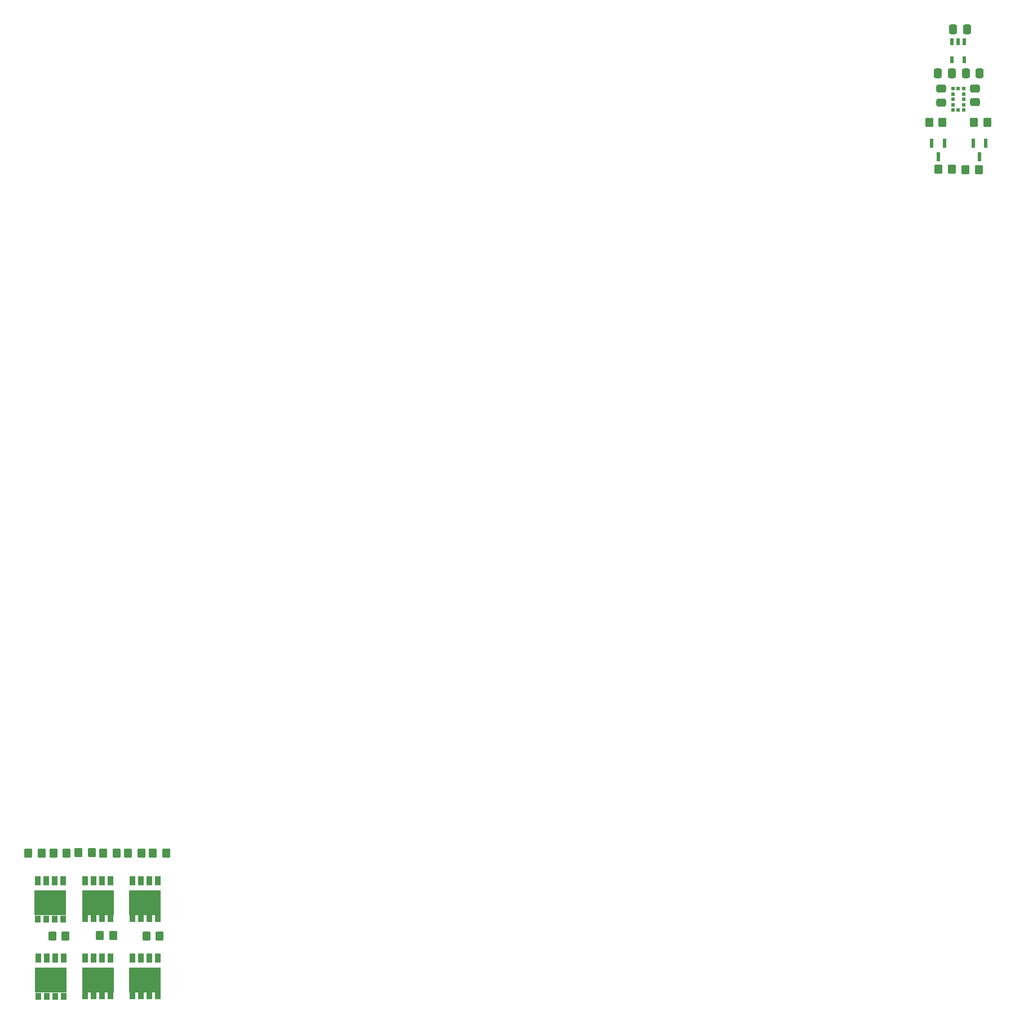
<source format=gbr>
%TF.GenerationSoftware,KiCad,Pcbnew,9.0.6*%
%TF.CreationDate,2025-12-17T16:52:13-05:00*%
%TF.ProjectId,HMS,484d532e-6b69-4636-9164-5f7063625858,rev?*%
%TF.SameCoordinates,Original*%
%TF.FileFunction,Paste,Bot*%
%TF.FilePolarity,Positive*%
%FSLAX46Y46*%
G04 Gerber Fmt 4.6, Leading zero omitted, Abs format (unit mm)*
G04 Created by KiCad (PCBNEW 9.0.6) date 2025-12-17 16:52:13*
%MOMM*%
%LPD*%
G01*
G04 APERTURE LIST*
G04 Aperture macros list*
%AMRoundRect*
0 Rectangle with rounded corners*
0 $1 Rounding radius*
0 $2 $3 $4 $5 $6 $7 $8 $9 X,Y pos of 4 corners*
0 Add a 4 corners polygon primitive as box body*
4,1,4,$2,$3,$4,$5,$6,$7,$8,$9,$2,$3,0*
0 Add four circle primitives for the rounded corners*
1,1,$1+$1,$2,$3*
1,1,$1+$1,$4,$5*
1,1,$1+$1,$6,$7*
1,1,$1+$1,$8,$9*
0 Add four rect primitives between the rounded corners*
20,1,$1+$1,$2,$3,$4,$5,0*
20,1,$1+$1,$4,$5,$6,$7,0*
20,1,$1+$1,$6,$7,$8,$9,0*
20,1,$1+$1,$8,$9,$2,$3,0*%
G04 Aperture macros list end*
%ADD10RoundRect,0.250000X0.350000X0.450000X-0.350000X0.450000X-0.350000X-0.450000X0.350000X-0.450000X0*%
%ADD11R,0.850000X1.450000*%
%ADD12R,0.850000X1.050000*%
%ADD13R,4.700000X3.750000*%
%ADD14RoundRect,0.250000X-0.350000X-0.450000X0.350000X-0.450000X0.350000X0.450000X-0.350000X0.450000X0*%
%ADD15R,0.508000X0.977900*%
%ADD16RoundRect,0.250000X-0.337500X-0.475000X0.337500X-0.475000X0.337500X0.475000X-0.337500X0.475000X0*%
%ADD17RoundRect,0.250000X0.337500X0.475000X-0.337500X0.475000X-0.337500X-0.475000X0.337500X-0.475000X0*%
%ADD18R,0.558800X1.320800*%
%ADD19R,0.500000X0.500000*%
%ADD20RoundRect,0.250000X-0.475000X0.337500X-0.475000X-0.337500X0.475000X-0.337500X0.475000X0.337500X0*%
G04 APERTURE END LIST*
D10*
%TO.C,R32*%
X42395000Y-151791400D03*
X40395000Y-151791400D03*
%TD*%
%TO.C,R22*%
X23645000Y-151791400D03*
X21645000Y-151791400D03*
%TD*%
D11*
%TO.C,Q5*%
X30230000Y-167553900D03*
X31500000Y-167553900D03*
X32770000Y-167553900D03*
X34040000Y-167553900D03*
D12*
X34040000Y-173253900D03*
X32770000Y-173253900D03*
X31500000Y-173253900D03*
X30230000Y-173253900D03*
D13*
X32135000Y-170853900D03*
%TD*%
D14*
%TO.C,R4*%
X162452201Y-49212401D03*
X164452201Y-49212401D03*
%TD*%
D10*
%TO.C,R2*%
X165722201Y-42100401D03*
X163722201Y-42100401D03*
%TD*%
D15*
%TO.C,U2*%
X160413601Y-29971901D03*
X161363602Y-29971901D03*
X162313603Y-29971901D03*
X162313603Y-32702401D03*
X160413601Y-32702401D03*
%TD*%
D14*
%TO.C,R31*%
X39400000Y-164241400D03*
X41400000Y-164241400D03*
%TD*%
D16*
%TO.C,C2*%
X162521801Y-34734401D03*
X164596801Y-34734401D03*
%TD*%
D10*
%TO.C,R29*%
X38670000Y-151791400D03*
X36670000Y-151791400D03*
%TD*%
D14*
%TO.C,R18*%
X25250000Y-164291400D03*
X27250000Y-164291400D03*
%TD*%
%TO.C,R1*%
X157016601Y-42100401D03*
X159016601Y-42100401D03*
%TD*%
D10*
%TO.C,R26*%
X31195000Y-151766400D03*
X29195000Y-151766400D03*
%TD*%
D11*
%TO.C,Q6*%
X30205000Y-155941400D03*
X31475000Y-155941400D03*
X32745000Y-155941400D03*
X34015000Y-155941400D03*
D12*
X34015000Y-161641400D03*
X32745000Y-161641400D03*
X31475000Y-161641400D03*
X30205000Y-161641400D03*
D13*
X32110000Y-159241400D03*
%TD*%
D10*
%TO.C,R19*%
X27420000Y-151791400D03*
X25420000Y-151791400D03*
%TD*%
D17*
%TO.C,C16*%
X160413601Y-34759801D03*
X158338601Y-34759801D03*
%TD*%
D14*
%TO.C,R12*%
X32400000Y-164216400D03*
X34400000Y-164216400D03*
%TD*%
D11*
%TO.C,Q8*%
X23080000Y-155991400D03*
X24350000Y-155991400D03*
X25620000Y-155991400D03*
X26890000Y-155991400D03*
D12*
X26890000Y-161691400D03*
X25620000Y-161691400D03*
X24350000Y-161691400D03*
X23080000Y-161691400D03*
D13*
X24985000Y-159291400D03*
%TD*%
D10*
%TO.C,R3*%
X160413601Y-49161601D03*
X158413601Y-49161601D03*
%TD*%
D11*
%TO.C,Q3*%
X37280000Y-167541400D03*
X38550000Y-167541400D03*
X39820000Y-167541400D03*
X41090000Y-167541400D03*
D12*
X41090000Y-173241400D03*
X39820000Y-173241400D03*
X38550000Y-173241400D03*
X37280000Y-173241400D03*
D13*
X39185000Y-170841400D03*
%TD*%
D18*
%TO.C,Q1*%
X157400000Y-45250000D03*
X159305000Y-45250000D03*
X158352500Y-47282000D03*
%TD*%
D19*
%TO.C,U1*%
X160578800Y-37046002D03*
X160578800Y-37846000D03*
X160578800Y-38646001D03*
X160578800Y-39446002D03*
X160578800Y-40246000D03*
X161378801Y-40246000D03*
X162178802Y-40246000D03*
X162178802Y-39446002D03*
X162178802Y-38646001D03*
X162178802Y-37846000D03*
X162178802Y-37046002D03*
X161378801Y-37046002D03*
%TD*%
D20*
%TO.C,C1*%
X158813401Y-37020401D03*
X158813401Y-39095401D03*
%TD*%
%TO.C,C15*%
X163893401Y-36995001D03*
X163893401Y-39070001D03*
%TD*%
D11*
%TO.C,Q7*%
X23160000Y-167591400D03*
X24430000Y-167591400D03*
X25700000Y-167591400D03*
X26970000Y-167591400D03*
D12*
X26970000Y-173291400D03*
X25700000Y-173291400D03*
X24430000Y-173291400D03*
X23160000Y-173291400D03*
D13*
X25065000Y-170891400D03*
%TD*%
D18*
%TO.C,Q2*%
X163597500Y-45268000D03*
X165502500Y-45268000D03*
X164550000Y-47300000D03*
%TD*%
D11*
%TO.C,Q4*%
X37280000Y-155950000D03*
X38550000Y-155950000D03*
X39820000Y-155950000D03*
X41090000Y-155950000D03*
D12*
X41090000Y-161650000D03*
X39820000Y-161650000D03*
X38550000Y-161650000D03*
X37280000Y-161650000D03*
D13*
X39185000Y-159250000D03*
%TD*%
D10*
%TO.C,R17*%
X34945000Y-151791400D03*
X32945000Y-151791400D03*
%TD*%
D16*
%TO.C,C3*%
X160599201Y-28105001D03*
X162674201Y-28105001D03*
%TD*%
M02*

</source>
